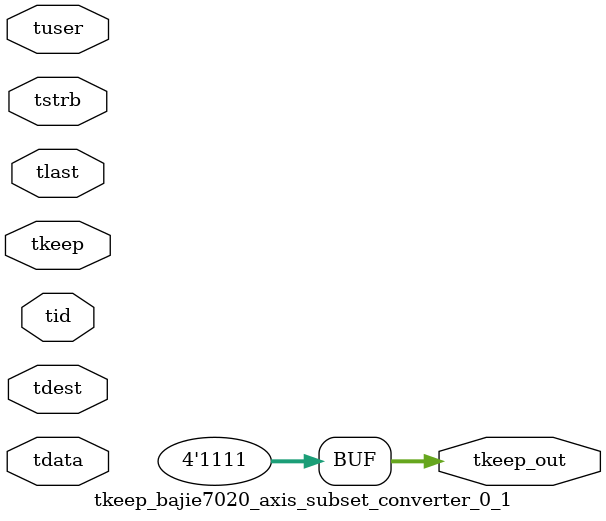
<source format=v>


`timescale 1ps/1ps

module tkeep_bajie7020_axis_subset_converter_0_1 #
(
parameter C_S_AXIS_TDATA_WIDTH = 32,
parameter C_S_AXIS_TUSER_WIDTH = 0,
parameter C_S_AXIS_TID_WIDTH   = 0,
parameter C_S_AXIS_TDEST_WIDTH = 0,
parameter C_M_AXIS_TDATA_WIDTH = 32
)
(
input  [(C_S_AXIS_TDATA_WIDTH == 0 ? 1 : C_S_AXIS_TDATA_WIDTH)-1:0     ] tdata,
input  [(C_S_AXIS_TUSER_WIDTH == 0 ? 1 : C_S_AXIS_TUSER_WIDTH)-1:0     ] tuser,
input  [(C_S_AXIS_TID_WIDTH   == 0 ? 1 : C_S_AXIS_TID_WIDTH)-1:0       ] tid,
input  [(C_S_AXIS_TDEST_WIDTH == 0 ? 1 : C_S_AXIS_TDEST_WIDTH)-1:0     ] tdest,
input  [(C_S_AXIS_TDATA_WIDTH/8)-1:0 ] tkeep,
input  [(C_S_AXIS_TDATA_WIDTH/8)-1:0 ] tstrb,
input                                                                    tlast,
output [(C_M_AXIS_TDATA_WIDTH/8)-1:0 ] tkeep_out
);

assign tkeep_out = {8'b11111111};

endmodule


</source>
